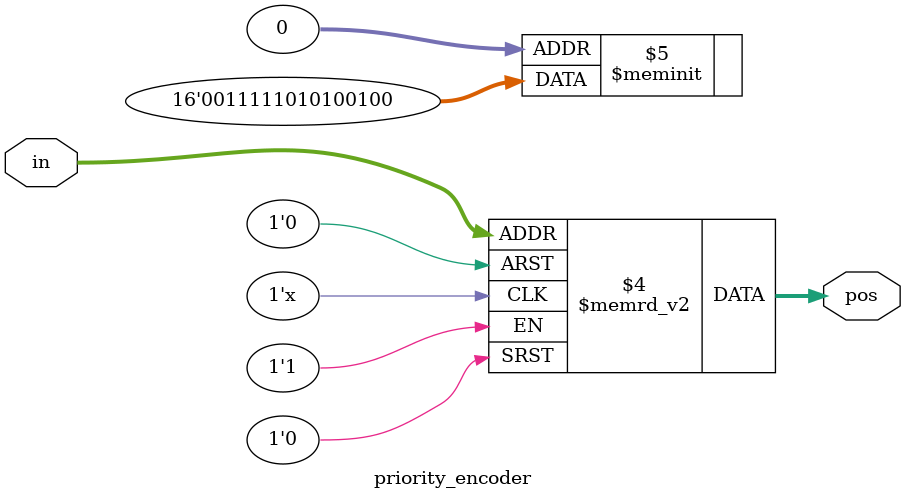
<source format=v>
module priority_encoder( 
input [2:0] in,
output reg [1:0] pos ); 
// When sel=1, assign b to out
always @( in or pos )

case ( in ) 

3'b000: pos <= 2'b00;
3'b001: pos <= 2'b01;
3'b010: pos <= 2'b10;
3'b011: pos <= 2'b10;
3'b100: pos <= 2'b10;
3'b101: pos <= 2'b11;
3'b110: pos <= 2'b11;
3'b111: pos <= 2'b00;
default : pos <= 2'b00;

endcase
endmodule

</source>
